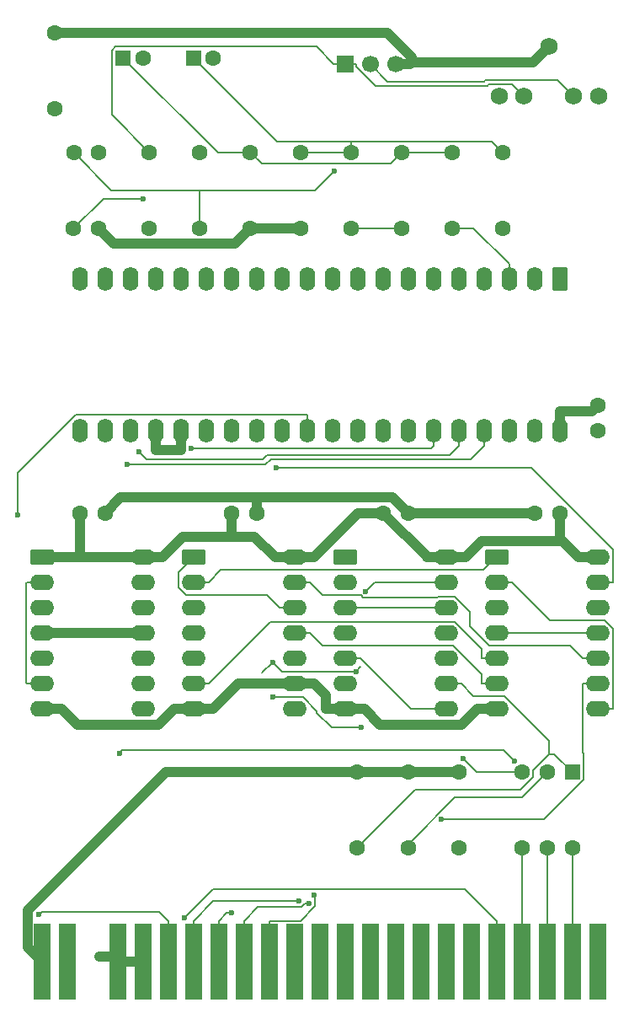
<source format=gbr>
%TF.GenerationSoftware,KiCad,Pcbnew,9.0.3*%
%TF.CreationDate,2025-08-12T14:11:43+01:00*%
%TF.ProjectId,MyZON-X,4d795a4f-4e2d-4582-9e6b-696361645f70,1.0*%
%TF.SameCoordinates,Original*%
%TF.FileFunction,Copper,L2,Bot*%
%TF.FilePolarity,Positive*%
%FSLAX46Y46*%
G04 Gerber Fmt 4.6, Leading zero omitted, Abs format (unit mm)*
G04 Created by KiCad (PCBNEW 9.0.3) date 2025-08-12 14:11:43*
%MOMM*%
%LPD*%
G01*
G04 APERTURE LIST*
G04 Aperture macros list*
%AMRoundRect*
0 Rectangle with rounded corners*
0 $1 Rounding radius*
0 $2 $3 $4 $5 $6 $7 $8 $9 X,Y pos of 4 corners*
0 Add a 4 corners polygon primitive as box body*
4,1,4,$2,$3,$4,$5,$6,$7,$8,$9,$2,$3,0*
0 Add four circle primitives for the rounded corners*
1,1,$1+$1,$2,$3*
1,1,$1+$1,$4,$5*
1,1,$1+$1,$6,$7*
1,1,$1+$1,$8,$9*
0 Add four rect primitives between the rounded corners*
20,1,$1+$1,$2,$3,$4,$5,0*
20,1,$1+$1,$4,$5,$6,$7,0*
20,1,$1+$1,$6,$7,$8,$9,0*
20,1,$1+$1,$8,$9,$2,$3,0*%
G04 Aperture macros list end*
%TA.AperFunction,ComponentPad*%
%ADD10C,1.600000*%
%TD*%
%TA.AperFunction,ComponentPad*%
%ADD11RoundRect,0.250000X-0.550000X0.950000X-0.550000X-0.950000X0.550000X-0.950000X0.550000X0.950000X0*%
%TD*%
%TA.AperFunction,ComponentPad*%
%ADD12O,1.600000X2.400000*%
%TD*%
%TA.AperFunction,ConnectorPad*%
%ADD13R,1.778000X7.620000*%
%TD*%
%TA.AperFunction,ComponentPad*%
%ADD14RoundRect,0.250000X-0.550000X0.550000X-0.550000X-0.550000X0.550000X-0.550000X0.550000X0.550000X0*%
%TD*%
%TA.AperFunction,ComponentPad*%
%ADD15R,1.700000X1.700000*%
%TD*%
%TA.AperFunction,ComponentPad*%
%ADD16C,1.700000*%
%TD*%
%TA.AperFunction,ComponentPad*%
%ADD17RoundRect,0.250000X-0.550000X-0.550000X0.550000X-0.550000X0.550000X0.550000X-0.550000X0.550000X0*%
%TD*%
%TA.AperFunction,ComponentPad*%
%ADD18C,1.752600*%
%TD*%
%TA.AperFunction,ComponentPad*%
%ADD19RoundRect,0.250000X-0.950000X-0.550000X0.950000X-0.550000X0.950000X0.550000X-0.950000X0.550000X0*%
%TD*%
%TA.AperFunction,ComponentPad*%
%ADD20O,2.400000X1.600000*%
%TD*%
%TA.AperFunction,ViaPad*%
%ADD21C,0.600000*%
%TD*%
%TA.AperFunction,ViaPad*%
%ADD22C,0.800000*%
%TD*%
%TA.AperFunction,Conductor*%
%ADD23C,1.000000*%
%TD*%
%TA.AperFunction,Conductor*%
%ADD24C,0.200000*%
%TD*%
G04 APERTURE END LIST*
D10*
%TO.P,R12,1*%
%TO.N,GND*%
X57150000Y-59055000D03*
%TO.P,R12,2*%
%TO.N,GND_AUDIO*%
X57150000Y-51435000D03*
%TD*%
%TO.P,C5,1*%
%TO.N,VCC*%
X59710000Y-99695000D03*
%TO.P,C5,2*%
%TO.N,GND*%
X62210000Y-99695000D03*
%TD*%
%TO.P,R4,1*%
%TO.N,/OUTA*%
X102235000Y-71120000D03*
%TO.P,R4,2*%
%TO.N,Net-(C1-Pad1)*%
X102235000Y-63500000D03*
%TD*%
D11*
%TO.P,U1,1,GND*%
%TO.N,GND*%
X107940000Y-76200000D03*
D12*
%TO.P,U1,2,NC2*%
%TO.N,unconnected-(U1-NC2-Pad2)*%
X105400000Y-76200000D03*
%TO.P,U1,3,OUTB*%
%TO.N,/OUTB*%
X102860000Y-76200000D03*
%TO.P,U1,4,OUTA*%
%TO.N,/OUTA*%
X100320000Y-76200000D03*
%TO.P,U1,5,NC5*%
%TO.N,unconnected-(U1-NC5-Pad5)*%
X97780000Y-76200000D03*
%TO.P,U1,6,IOB7*%
%TO.N,unconnected-(U1-IOB7-Pad6)*%
X95240000Y-76200000D03*
%TO.P,U1,7,IOB6*%
%TO.N,unconnected-(U1-IOB6-Pad7)*%
X92700000Y-76200000D03*
%TO.P,U1,8,IOB5*%
%TO.N,unconnected-(U1-IOB5-Pad8)*%
X90160000Y-76200000D03*
%TO.P,U1,9,IOB4*%
%TO.N,unconnected-(U1-IOB4-Pad9)*%
X87620000Y-76200000D03*
%TO.P,U1,10,IOB3*%
%TO.N,unconnected-(U1-IOB3-Pad10)*%
X85080000Y-76200000D03*
%TO.P,U1,11,IOB2*%
%TO.N,unconnected-(U1-IOB2-Pad11)*%
X82540000Y-76200000D03*
%TO.P,U1,12,IOB1*%
%TO.N,unconnected-(U1-IOB1-Pad12)*%
X80000000Y-76200000D03*
%TO.P,U1,13,IOB0*%
%TO.N,unconnected-(U1-IOB0-Pad13)*%
X77460000Y-76200000D03*
%TO.P,U1,14,IOA7*%
%TO.N,unconnected-(U1-IOA7-Pad14)*%
X74920000Y-76200000D03*
%TO.P,U1,15,IOA6*%
%TO.N,unconnected-(U1-IOA6-Pad15)*%
X72380000Y-76200000D03*
%TO.P,U1,16,IOA5*%
%TO.N,unconnected-(U1-IOA5-Pad16)*%
X69840000Y-76200000D03*
%TO.P,U1,17,IOA4*%
%TO.N,unconnected-(U1-IOA4-Pad17)*%
X67300000Y-76200000D03*
%TO.P,U1,18,IOA3*%
%TO.N,unconnected-(U1-IOA3-Pad18)*%
X64760000Y-76200000D03*
%TO.P,U1,19,IOA2*%
%TO.N,unconnected-(U1-IOA2-Pad19)*%
X62220000Y-76200000D03*
%TO.P,U1,20,IOA1*%
%TO.N,unconnected-(U1-IOA1-Pad20)*%
X59680000Y-76200000D03*
%TO.P,U1,21,IOA0*%
%TO.N,unconnected-(U1-IOA0-Pad21)*%
X59680000Y-91440000D03*
%TO.P,U1,22,CLOCK*%
%TO.N,/PSGCLK*%
X62220000Y-91440000D03*
%TO.P,U1,23,RESET*%
%TO.N,/~{RESET}*%
X64760000Y-91440000D03*
%TO.P,U1,24,A9*%
%TO.N,VCC*%
X67300000Y-91440000D03*
%TO.P,U1,25,A8*%
X69840000Y-91440000D03*
%TO.P,U1,26,TEST2*%
%TO.N,unconnected-(U1-TEST2-Pad26)*%
X72380000Y-91440000D03*
%TO.P,U1,27,BDIR*%
%TO.N,/BDIR*%
X74920000Y-91440000D03*
%TO.P,U1,28,BC2*%
%TO.N,VCC*%
X77460000Y-91440000D03*
%TO.P,U1,29,BC1*%
%TO.N,/BC1*%
X80000000Y-91440000D03*
%TO.P,U1,30,D7*%
%TO.N,/D7*%
X82540000Y-91440000D03*
%TO.P,U1,31,D6*%
%TO.N,/D6*%
X85080000Y-91440000D03*
%TO.P,U1,32,D5*%
%TO.N,/D5*%
X87620000Y-91440000D03*
%TO.P,U1,33,D4*%
%TO.N,/D4*%
X90160000Y-91440000D03*
%TO.P,U1,34,D3*%
%TO.N,/D3*%
X92700000Y-91440000D03*
%TO.P,U1,35,D2*%
%TO.N,/D2*%
X95240000Y-91440000D03*
%TO.P,U1,36,D1*%
%TO.N,/D1*%
X97780000Y-91440000D03*
%TO.P,U1,37,D0*%
%TO.N,/D0*%
X100320000Y-91440000D03*
%TO.P,U1,38,OUTC*%
%TO.N,/OUTC*%
X102860000Y-91440000D03*
%TO.P,U1,39,TEST1*%
%TO.N,unconnected-(U1-TEST1-Pad39)*%
X105400000Y-91440000D03*
%TO.P,U1,40,VCC*%
%TO.N,VCC*%
X107940000Y-91440000D03*
%TD*%
D10*
%TO.P,R11,1*%
%TO.N,Net-(C2-Pad2)*%
X66675000Y-71120000D03*
%TO.P,R11,2*%
%TO.N,Net-(CO3-Pin_1)*%
X66675000Y-63500000D03*
%TD*%
%TO.P,C3,1*%
%TO.N,Net-(CO3-Pin_2)*%
X59080000Y-63500000D03*
%TO.P,C3,2*%
%TO.N,GND_AUDIO*%
X61580000Y-63500000D03*
%TD*%
%TO.P,R3,1*%
%TO.N,VCC*%
X87555000Y-125730000D03*
%TO.P,R3,2*%
%TO.N,Net-(R3-Pad2)*%
X87555000Y-133350000D03*
%TD*%
%TO.P,C6,1*%
%TO.N,VCC*%
X74950000Y-99695000D03*
%TO.P,C6,2*%
%TO.N,GND*%
X77450000Y-99695000D03*
%TD*%
D13*
%TO.P,CO1,A3,+5Vcc*%
%TO.N,VCC*%
X55874982Y-144780000D03*
%TO.P,CO1,A4,+9Vcc*%
%TO.N,unconnected-(CO1-+9Vcc-PadA4)*%
X58414982Y-144780000D03*
%TO.P,CO1,A6,GND*%
%TO.N,GND*%
X63494982Y-144780000D03*
%TO.P,CO1,A7,GND*%
X66034982Y-144780000D03*
%TO.P,CO1,A8,CLK*%
%TO.N,/CLK*%
X68574982Y-144780000D03*
%TO.P,CO1,A9,A0*%
%TO.N,/A0*%
X71114982Y-144780000D03*
%TO.P,CO1,A10,A1*%
%TO.N,/A1*%
X73654982Y-144780000D03*
%TO.P,CO1,A11,A2*%
%TO.N,/A2*%
X76194982Y-144780000D03*
%TO.P,CO1,A12,A3*%
%TO.N,/A3*%
X78734982Y-144780000D03*
%TO.P,CO1,A13,A15*%
%TO.N,unconnected-(CO1-A15-PadA13)*%
X81274982Y-144780000D03*
%TO.P,CO1,A14,A14*%
%TO.N,unconnected-(CO1-PadA14)*%
X83814982Y-144780000D03*
%TO.P,CO1,A15,A13*%
%TO.N,unconnected-(CO1-A13-PadA15)*%
X86354982Y-144780000D03*
%TO.P,CO1,A16,A12*%
%TO.N,unconnected-(CO1-A12-PadA16)*%
X88894982Y-144780000D03*
%TO.P,CO1,A17,A11*%
%TO.N,unconnected-(CO1-A11-PadA17)*%
X91434982Y-144780000D03*
%TO.P,CO1,A18,A10*%
%TO.N,unconnected-(CO1-A10-PadA18)*%
X93974982Y-144780000D03*
%TO.P,CO1,A19,A9*%
%TO.N,unconnected-(CO1-A9-PadA19)*%
X96514982Y-144780000D03*
%TO.P,CO1,A20,A8*%
%TO.N,unconnected-(CO1-A8-PadA20)*%
X99054982Y-144780000D03*
%TO.P,CO1,A21,A7*%
%TO.N,/A7*%
X101594982Y-144780000D03*
%TO.P,CO1,A22,A6*%
%TO.N,/A6*%
X104134982Y-144780000D03*
%TO.P,CO1,A23,A5*%
%TO.N,/A5*%
X106674982Y-144780000D03*
%TO.P,CO1,A24,A4*%
%TO.N,/A4*%
X109214982Y-144780000D03*
%TO.P,CO1,A25,~{ROMCS}*%
%TO.N,unconnected-(CO1-~{ROMCS}-PadA25)*%
X111754982Y-144780000D03*
%TD*%
D10*
%TO.P,R1,1*%
%TO.N,VCC*%
X97785000Y-125730000D03*
%TO.P,R1,2*%
%TO.N,Net-(R1-Pad2)*%
X97785000Y-133350000D03*
%TD*%
D14*
%TO.P,SW1,1*%
%TO.N,Net-(R3-Pad2)*%
X109220000Y-125730000D03*
D10*
%TO.P,SW1,2*%
%TO.N,Net-(R2-Pad2)*%
X106680000Y-125730000D03*
%TO.P,SW1,3*%
%TO.N,Net-(R1-Pad2)*%
X104140000Y-125730000D03*
%TO.P,SW1,4*%
%TO.N,/A6*%
X104140000Y-133350000D03*
%TO.P,SW1,5*%
%TO.N,/A5*%
X106680000Y-133350000D03*
%TO.P,SW1,6*%
%TO.N,/A4*%
X109220000Y-133350000D03*
%TD*%
%TO.P,R8,1*%
%TO.N,Net-(C1-Pad1)*%
X81915000Y-63500000D03*
%TO.P,R8,2*%
%TO.N,GND_AUDIO*%
X81915000Y-71120000D03*
%TD*%
%TO.P,R2,1*%
%TO.N,VCC*%
X92705000Y-125730000D03*
%TO.P,R2,2*%
%TO.N,Net-(R2-Pad2)*%
X92705000Y-133350000D03*
%TD*%
D15*
%TO.P,CO3,1,Pin_1*%
%TO.N,Net-(CO3-Pin_1)*%
X86355000Y-54610000D03*
D16*
%TO.P,CO3,2,Pin_2*%
%TO.N,Net-(CO3-Pin_2)*%
X88895000Y-54610000D03*
%TO.P,CO3,3,Pin_3*%
%TO.N,GND_AUDIO*%
X91435000Y-54610000D03*
%TD*%
D10*
%TO.P,C4,1*%
%TO.N,Net-(CO3-Pin_1)*%
X59060000Y-71120000D03*
%TO.P,C4,2*%
%TO.N,GND_AUDIO*%
X61560000Y-71120000D03*
%TD*%
D17*
%TO.P,C2,1*%
%TO.N,Net-(C2-Pad1)*%
X64035000Y-53975000D03*
D10*
%TO.P,C2,2*%
%TO.N,Net-(C2-Pad2)*%
X66035000Y-53975000D03*
%TD*%
%TO.P,R7,1*%
%TO.N,Net-(C1-Pad1)*%
X86995000Y-63500000D03*
%TO.P,R7,2*%
%TO.N,/OUTC*%
X86995000Y-71120000D03*
%TD*%
%TO.P,R5,1*%
%TO.N,/OUTB*%
X97155000Y-71120000D03*
%TO.P,R5,2*%
%TO.N,Net-(C2-Pad1)*%
X97155000Y-63500000D03*
%TD*%
D18*
%TO.P,CO2,1,1*%
%TO.N,unconnected-(CO2-Pad1)*%
X111845100Y-57840000D03*
%TO.P,CO2,2,2*%
%TO.N,Net-(CO3-Pin_2)*%
X109345100Y-57840000D03*
%TO.P,CO2,3,3*%
%TO.N,Net-(CO3-Pin_1)*%
X104345100Y-57840000D03*
%TO.P,CO2,4,4*%
%TO.N,unconnected-(CO2-Pad4)*%
X101845100Y-57840000D03*
%TO.P,CO2,5,5*%
%TO.N,GND_AUDIO*%
X106845100Y-52840000D03*
%TD*%
D19*
%TO.P,U4,1*%
%TO.N,/A3*%
X86360000Y-104140000D03*
D20*
%TO.P,U4,2*%
%TO.N,/A2*%
X86360000Y-106680000D03*
%TO.P,U4,3*%
%TO.N,Net-(U4-Pad12)*%
X86360000Y-109220000D03*
%TO.P,U4,4*%
%TO.N,/A0*%
X86360000Y-111760000D03*
%TO.P,U4,5*%
%TO.N,Net-(U4-Pad5)*%
X86360000Y-114300000D03*
%TO.P,U4,6*%
%TO.N,/VALID*%
X86360000Y-116840000D03*
%TO.P,U4,7,GND*%
%TO.N,GND*%
X86360000Y-119380000D03*
%TO.P,U4,8*%
%TO.N,Net-(U4-Pad5)*%
X96520000Y-119380000D03*
%TO.P,U4,9*%
%TO.N,Net-(R3-Pad2)*%
X96520000Y-116840000D03*
%TO.P,U4,10*%
%TO.N,Net-(R2-Pad2)*%
X96520000Y-114300000D03*
%TO.P,U4,11*%
%TO.N,Net-(R1-Pad2)*%
X96520000Y-111760000D03*
%TO.P,U4,12*%
%TO.N,Net-(U4-Pad12)*%
X96520000Y-109220000D03*
%TO.P,U4,13*%
%TO.N,/A1*%
X96520000Y-106680000D03*
%TO.P,U4,14,VCC*%
%TO.N,VCC*%
X96520000Y-104140000D03*
%TD*%
D19*
%TO.P,U5,1*%
%TO.N,/IOWR*%
X101600000Y-104140000D03*
D20*
%TO.P,U5,2*%
%TO.N,/~{IOREQ}*%
X101600000Y-106680000D03*
%TO.P,U5,3*%
%TO.N,/~{WR}*%
X101600000Y-109220000D03*
%TO.P,U5,4*%
%TO.N,Net-(U5-Pad11)*%
X101600000Y-111760000D03*
%TO.P,U5,5*%
%TO.N,Net-(U3-Pad6)*%
X101600000Y-114300000D03*
%TO.P,U5,6*%
%TO.N,Net-(U3-Pad11)*%
X101600000Y-116840000D03*
%TO.P,U5,7,GND*%
%TO.N,GND*%
X101600000Y-119380000D03*
%TO.P,U5,8*%
%TO.N,/~{IOREQ}*%
X111760000Y-119380000D03*
%TO.P,U5,9*%
%TO.N,/~{RD}*%
X111760000Y-116840000D03*
%TO.P,U5,10*%
%TO.N,/IORD*%
X111760000Y-114300000D03*
%TO.P,U5,11*%
%TO.N,Net-(U5-Pad11)*%
X111760000Y-111760000D03*
%TO.P,U5,12*%
X111760000Y-109220000D03*
%TO.P,U5,13*%
%TO.N,/BC1*%
X111760000Y-106680000D03*
%TO.P,U5,14,VCC*%
%TO.N,VCC*%
X111760000Y-104140000D03*
%TD*%
D17*
%TO.P,C1,1*%
%TO.N,Net-(C1-Pad1)*%
X71115000Y-53975000D03*
D10*
%TO.P,C1,2*%
%TO.N,Net-(C1-Pad2)*%
X73115000Y-53975000D03*
%TD*%
%TO.P,R6,1*%
%TO.N,Net-(C2-Pad1)*%
X92075000Y-63500000D03*
%TO.P,R6,2*%
%TO.N,/OUTC*%
X92075000Y-71120000D03*
%TD*%
%TO.P,C9,1*%
%TO.N,VCC*%
X111755000Y-88900000D03*
%TO.P,C9,2*%
%TO.N,GND*%
X111755000Y-91400000D03*
%TD*%
D19*
%TO.P,U3,1*%
%TO.N,/VALID*%
X71120000Y-104140000D03*
D20*
%TO.P,U3,2*%
%TO.N,/IOWR*%
X71120000Y-106680000D03*
%TO.P,U3,3*%
%TO.N,/BDIR*%
X71120000Y-109220000D03*
%TO.P,U3,4*%
X71120000Y-111760000D03*
%TO.P,U3,5*%
%TO.N,/A7*%
X71120000Y-114300000D03*
%TO.P,U3,6*%
%TO.N,Net-(U3-Pad6)*%
X71120000Y-116840000D03*
%TO.P,U3,7,GND*%
%TO.N,GND*%
X71120000Y-119380000D03*
%TO.P,U3,8*%
%TO.N,unconnected-(U3-Pad8)*%
X81280000Y-119380000D03*
%TO.P,U3,9*%
%TO.N,GND*%
X81280000Y-116840000D03*
%TO.P,U3,10*%
X81280000Y-114300000D03*
%TO.P,U3,11*%
%TO.N,Net-(U3-Pad11)*%
X81280000Y-111760000D03*
%TO.P,U3,12*%
%TO.N,/VALID*%
X81280000Y-109220000D03*
%TO.P,U3,13*%
%TO.N,/IORD*%
X81280000Y-106680000D03*
%TO.P,U3,14,VCC*%
%TO.N,VCC*%
X81280000Y-104140000D03*
%TD*%
D19*
%TO.P,U2,1,~{R}*%
%TO.N,VCC*%
X55880000Y-104140000D03*
D20*
%TO.P,U2,2,D*%
%TO.N,Net-(U2A-D)*%
X55880000Y-106680000D03*
%TO.P,U2,3,C*%
%TO.N,/CLK*%
X55880000Y-109220000D03*
%TO.P,U2,4,~{S}*%
%TO.N,VCC*%
X55880000Y-111760000D03*
%TO.P,U2,5,Q*%
%TO.N,/PSGCLK*%
X55880000Y-114300000D03*
%TO.P,U2,6,~{Q}*%
%TO.N,Net-(U2A-D)*%
X55880000Y-116840000D03*
%TO.P,U2,7,GND*%
%TO.N,GND*%
X55880000Y-119380000D03*
%TO.P,U2,8,~{Q}*%
%TO.N,unconnected-(U2B-~{Q}-Pad8)*%
X66040000Y-119380000D03*
%TO.P,U2,9,Q*%
%TO.N,unconnected-(U2B-Q-Pad9)*%
X66040000Y-116840000D03*
%TO.P,U2,10,~{S}*%
%TO.N,VCC*%
X66040000Y-114300000D03*
%TO.P,U2,11,C*%
X66040000Y-111760000D03*
%TO.P,U2,12,D*%
X66040000Y-109220000D03*
%TO.P,U2,13,~{R}*%
X66040000Y-106680000D03*
%TO.P,U2,14,VCC*%
X66040000Y-104140000D03*
%TD*%
D10*
%TO.P,R10,1*%
%TO.N,Net-(C1-Pad2)*%
X71755000Y-63500000D03*
%TO.P,R10,2*%
%TO.N,Net-(CO3-Pin_2)*%
X71755000Y-71120000D03*
%TD*%
%TO.P,C7,1*%
%TO.N,VCC*%
X90190000Y-99695000D03*
%TO.P,C7,2*%
%TO.N,GND*%
X92690000Y-99695000D03*
%TD*%
%TO.P,C8,1*%
%TO.N,VCC*%
X107930000Y-99695000D03*
%TO.P,C8,2*%
%TO.N,GND*%
X105430000Y-99695000D03*
%TD*%
%TO.P,R9,1*%
%TO.N,Net-(C2-Pad1)*%
X76835000Y-63500000D03*
%TO.P,R9,2*%
%TO.N,GND_AUDIO*%
X76835000Y-71120000D03*
%TD*%
D21*
%TO.N,/VALID*%
X87995500Y-121250400D03*
X79052300Y-118231000D03*
%TO.N,/BC1*%
X79472300Y-95180200D03*
%TO.N,Net-(R1-Pad2)*%
X98217900Y-124333200D03*
%TO.N,/D1*%
X65651300Y-93559200D03*
%TO.N,/D0*%
X64427300Y-94792800D03*
%TO.N,/A0*%
X81730200Y-138707300D03*
%TO.N,/A1*%
X74914500Y-139862900D03*
X79052300Y-114686800D03*
X87442200Y-115616900D03*
X88441600Y-107572400D03*
%TO.N,/A2*%
X82708500Y-138939800D03*
%TO.N,/~{RD}*%
X96033400Y-130492500D03*
%TO.N,/A3*%
X83282700Y-138105000D03*
%TO.N,/A7*%
X70176500Y-140394800D03*
%TO.N,/~{RESET}*%
X103384700Y-124628300D03*
X63653100Y-123841300D03*
%TO.N,Net-(CO3-Pin_1)*%
X66036000Y-68115500D03*
%TO.N,Net-(CO3-Pin_2)*%
X85263300Y-65315300D03*
%TO.N,/D7*%
X53467800Y-99902800D03*
%TO.N,/D2*%
X70900400Y-93204300D03*
%TO.N,/CLK*%
X55547300Y-140047300D03*
D22*
%TO.N,GND*%
X61628800Y-144254800D03*
%TD*%
D23*
%TO.N,GND_AUDIO*%
X81915000Y-71120000D02*
X76835000Y-71120000D01*
X63118400Y-72678400D02*
X61560000Y-71120000D01*
X75276600Y-72678400D02*
X63118400Y-72678400D01*
X76835000Y-71120000D02*
X75276600Y-72678400D01*
X105237900Y-54447200D02*
X93082300Y-54447200D01*
X106845100Y-52840000D02*
X105237900Y-54447200D01*
X92919500Y-54610000D02*
X93082300Y-54447200D01*
X91435000Y-54610000D02*
X92919500Y-54610000D01*
X90601900Y-51435000D02*
X57150000Y-51435000D01*
X93082300Y-53915400D02*
X90601900Y-51435000D01*
X93082300Y-54447200D02*
X93082300Y-53915400D01*
D24*
%TO.N,Net-(U5-Pad11)*%
X101600000Y-111760000D02*
X111760000Y-111760000D01*
%TO.N,Net-(U4-Pad5)*%
X92941700Y-119380000D02*
X96520000Y-119380000D01*
X87861700Y-114300000D02*
X92941700Y-119380000D01*
X86360000Y-114300000D02*
X87861700Y-114300000D01*
%TO.N,Net-(U4-Pad12)*%
X96520000Y-109220000D02*
X86360000Y-109220000D01*
%TO.N,Net-(U3-Pad11)*%
X84051700Y-113030000D02*
X82781700Y-111760000D01*
X97226900Y-113030000D02*
X84051700Y-113030000D01*
X100098300Y-115901400D02*
X97226900Y-113030000D01*
X100098300Y-116840000D02*
X100098300Y-115901400D01*
X101600000Y-116840000D02*
X100098300Y-116840000D01*
X81280000Y-111760000D02*
X82781700Y-111760000D01*
%TO.N,Net-(U3-Pad6)*%
X78804400Y-110657300D02*
X72621700Y-116840000D01*
X97394200Y-110657300D02*
X78804400Y-110657300D01*
X100098300Y-113361400D02*
X97394200Y-110657300D01*
X100098300Y-114300000D02*
X100098300Y-113361400D01*
X101600000Y-114300000D02*
X100098300Y-114300000D01*
X71120000Y-116840000D02*
X72621700Y-116840000D01*
%TO.N,Net-(U2A-D)*%
X54304800Y-106753500D02*
X54378300Y-106680000D01*
X54304800Y-116766500D02*
X54304800Y-106753500D01*
X54378300Y-116840000D02*
X54304800Y-116766500D01*
X55880000Y-116840000D02*
X54378300Y-116840000D01*
X55880000Y-106680000D02*
X54378300Y-106680000D01*
%TO.N,/IOWR*%
X73856400Y-105445300D02*
X72621700Y-106680000D01*
X100294700Y-105445300D02*
X73856400Y-105445300D01*
X101600000Y-104140000D02*
X100294700Y-105445300D01*
X71120000Y-106680000D02*
X72621700Y-106680000D01*
%TO.N,/IORD*%
X81280000Y-106680000D02*
X82781700Y-106680000D01*
X111760000Y-114300000D02*
X110258300Y-114300000D01*
X108988300Y-113030000D02*
X110258300Y-114300000D01*
X100832300Y-113030000D02*
X108988300Y-113030000D01*
X98903500Y-111101200D02*
X100832300Y-113030000D01*
X98903500Y-109621200D02*
X98903500Y-111101200D01*
X97400400Y-108118100D02*
X98903500Y-109621200D01*
X95649900Y-108118100D02*
X97400400Y-108118100D01*
X95593900Y-108174100D02*
X95649900Y-108118100D01*
X88192500Y-108174100D02*
X95593900Y-108174100D01*
X87968400Y-107950000D02*
X88192500Y-108174100D01*
X84051700Y-107950000D02*
X87968400Y-107950000D01*
X82781700Y-106680000D02*
X84051700Y-107950000D01*
%TO.N,/VALID*%
X81280000Y-109220000D02*
X79778300Y-109220000D01*
X78508300Y-107950000D02*
X79778300Y-109220000D01*
X70373600Y-107950000D02*
X78508300Y-107950000D01*
X69595300Y-107171700D02*
X70373600Y-107950000D01*
X69595300Y-105664700D02*
X69595300Y-107171700D01*
X71120000Y-104140000D02*
X69595300Y-105664700D01*
X82109300Y-118231000D02*
X79052300Y-118231000D01*
X83526700Y-119648400D02*
X82109300Y-118231000D01*
X83526700Y-119773700D02*
X83526700Y-119648400D01*
X85003400Y-121250400D02*
X83526700Y-119773700D01*
X87995500Y-121250400D02*
X85003400Y-121250400D01*
X79052300Y-118231000D02*
X79372200Y-117911100D01*
X79372200Y-117911100D02*
X79052300Y-118231000D01*
%TO.N,/BC1*%
X113330900Y-106610800D02*
X113261700Y-106680000D01*
X113330900Y-103389200D02*
X113330900Y-106610800D01*
X105121900Y-95180200D02*
X113330900Y-103389200D01*
X79472300Y-95180200D02*
X105121900Y-95180200D01*
X111760000Y-106680000D02*
X113261700Y-106680000D01*
%TO.N,/OUTC*%
X86995000Y-71120000D02*
X92075000Y-71120000D01*
%TO.N,/OUTB*%
X99281700Y-71120000D02*
X102860000Y-74698300D01*
X97155000Y-71120000D02*
X99281700Y-71120000D01*
X102860000Y-76200000D02*
X102860000Y-74698300D01*
%TO.N,Net-(R3-Pad2)*%
X96520000Y-116840000D02*
X98021700Y-116840000D01*
X106892000Y-122568600D02*
X106892000Y-123920600D01*
X102398000Y-118074600D02*
X106892000Y-122568600D01*
X99256300Y-118074600D02*
X102398000Y-118074600D01*
X98021700Y-116840000D02*
X99256300Y-118074600D01*
X107410600Y-123920600D02*
X106892000Y-123920600D01*
X109220000Y-125730000D02*
X107410600Y-123920600D01*
X93414500Y-127490500D02*
X87555000Y-133350000D01*
X103961200Y-127490500D02*
X93414500Y-127490500D01*
X105241700Y-126210000D02*
X103961200Y-127490500D01*
X105241700Y-125570900D02*
X105241700Y-126210000D01*
X106892000Y-123920600D02*
X105241700Y-125570900D01*
%TO.N,Net-(R2-Pad2)*%
X92705000Y-132970100D02*
X92705000Y-133350000D01*
X97408600Y-128266500D02*
X92705000Y-132970100D01*
X104143600Y-128266500D02*
X97408600Y-128266500D01*
X104143600Y-128266400D02*
X104143600Y-128266500D01*
X106680000Y-125730000D02*
X104143600Y-128266400D01*
%TO.N,Net-(R1-Pad2)*%
X99614700Y-125730000D02*
X98217900Y-124333200D01*
X104140000Y-125730000D02*
X99614700Y-125730000D01*
%TO.N,/D1*%
X97780000Y-91440000D02*
X97780000Y-92941700D01*
X78519100Y-93876700D02*
X78283700Y-94112100D01*
X96845000Y-93876700D02*
X78519100Y-93876700D01*
X97780000Y-92941700D02*
X96845000Y-93876700D01*
X78283700Y-94112100D02*
X78118900Y-94276900D01*
X78283700Y-94112100D02*
X78118900Y-94276900D01*
X66369000Y-94276900D02*
X65651300Y-93559200D01*
X78118900Y-94276900D02*
X66369000Y-94276900D01*
%TO.N,/D0*%
X78371200Y-94792800D02*
X64427300Y-94792800D01*
X78885600Y-94278400D02*
X78371200Y-94792800D01*
X98983300Y-94278400D02*
X78885600Y-94278400D01*
X100320000Y-92941700D02*
X98983300Y-94278400D01*
X100320000Y-91440000D02*
X100320000Y-92941700D01*
%TO.N,/A0*%
X73076000Y-138707300D02*
X71115000Y-140668300D01*
X81730200Y-138707300D02*
X73076000Y-138707300D01*
X71115000Y-144780000D02*
X71115000Y-140668300D01*
%TO.N,/A1*%
X74460400Y-139862900D02*
X73655000Y-140668300D01*
X74914500Y-139862900D02*
X74460400Y-139862900D01*
X73655000Y-144780000D02*
X73655000Y-140668300D01*
X79982400Y-115616900D02*
X87442200Y-115616900D01*
X79052300Y-114686800D02*
X79982400Y-115616900D01*
X89334000Y-106680000D02*
X96520000Y-106680000D01*
X88441600Y-107572400D02*
X89334000Y-106680000D01*
X87442200Y-115616900D02*
X87880300Y-115178800D01*
X87880300Y-115178800D02*
X87442200Y-115616900D01*
X79052300Y-114686800D02*
X77968600Y-115770500D01*
X77968600Y-115770500D02*
X79052300Y-114686800D01*
%TO.N,/~{IOREQ}*%
X106911700Y-110490000D02*
X103101700Y-106680000D01*
X112462100Y-110490000D02*
X106911700Y-110490000D01*
X113261700Y-111289600D02*
X112462100Y-110490000D01*
X113261700Y-119380000D02*
X113261700Y-111289600D01*
X111760000Y-119380000D02*
X113261700Y-119380000D01*
X101600000Y-106680000D02*
X103101700Y-106680000D01*
%TO.N,/A2*%
X76195000Y-144780000D02*
X76195000Y-140668300D01*
X82706900Y-138941400D02*
X82708500Y-138939800D01*
X82346900Y-138941400D02*
X82706900Y-138941400D01*
X82346900Y-138941500D02*
X82346900Y-138941400D01*
X81979400Y-139309000D02*
X82346900Y-138941500D01*
X77554300Y-139309000D02*
X81979400Y-139309000D01*
X76195000Y-140668300D02*
X77554300Y-139309000D01*
%TO.N,/A6*%
X104135000Y-133355000D02*
X104140000Y-133350000D01*
X104135000Y-144780000D02*
X104135000Y-133355000D01*
%TO.N,/~{RD}*%
X106347900Y-130492500D02*
X96033400Y-130492500D01*
X110334000Y-126506400D02*
X106347900Y-130492500D01*
X110334000Y-123829500D02*
X110334000Y-126506400D01*
X110258300Y-123753800D02*
X110334000Y-123829500D01*
X110258300Y-116840000D02*
X110258300Y-123753800D01*
X111760000Y-116840000D02*
X110258300Y-116840000D01*
%TO.N,/A3*%
X78735000Y-144780000D02*
X78735000Y-140668300D01*
X81851000Y-140668300D02*
X78735000Y-140668300D01*
X83334400Y-139184900D02*
X81851000Y-140668300D01*
X83334400Y-138156700D02*
X83334400Y-139184900D01*
X83282700Y-138105000D02*
X83334400Y-138156700D01*
%TO.N,/A4*%
X109215000Y-133355000D02*
X109215000Y-144780000D01*
X109220000Y-133350000D02*
X109215000Y-133355000D01*
%TO.N,/A7*%
X101595000Y-144780000D02*
X101595000Y-140668300D01*
X73068000Y-137503300D02*
X70176500Y-140394800D01*
X98430000Y-137503300D02*
X73068000Y-137503300D01*
X101595000Y-140668300D02*
X98430000Y-137503300D01*
%TO.N,/~{RESET}*%
X102313600Y-123557200D02*
X103384700Y-124628300D01*
X63937200Y-123557200D02*
X102313600Y-123557200D01*
X63937200Y-123557200D02*
X63653100Y-123841300D01*
%TO.N,/A5*%
X106675000Y-133355000D02*
X106675000Y-144780000D01*
X106680000Y-133350000D02*
X106675000Y-133355000D01*
%TO.N,Net-(CO3-Pin_1)*%
X87506700Y-54873200D02*
X87506700Y-54610000D01*
X89404800Y-56771300D02*
X87506700Y-54873200D01*
X100648400Y-56771300D02*
X89404800Y-56771300D01*
X100768700Y-56651000D02*
X100648400Y-56771300D01*
X103156100Y-56651000D02*
X100768700Y-56651000D01*
X104345100Y-57840000D02*
X103156100Y-56651000D01*
X86355000Y-54610000D02*
X87506700Y-54610000D01*
X62064500Y-68115500D02*
X59060000Y-71120000D01*
X66036000Y-68115500D02*
X62064500Y-68115500D01*
X83459600Y-52866300D02*
X85203300Y-54610000D01*
X63246000Y-52866300D02*
X83459600Y-52866300D01*
X62900800Y-53211500D02*
X63246000Y-52866300D01*
X62900800Y-59725800D02*
X62900800Y-53211500D01*
X66675000Y-63500000D02*
X62900800Y-59725800D01*
X86355000Y-54610000D02*
X85203300Y-54610000D01*
%TO.N,Net-(CO3-Pin_2)*%
X90634400Y-56349400D02*
X88895000Y-54610000D01*
X100302100Y-56349400D02*
X90634400Y-56349400D01*
X100466900Y-56184600D02*
X100302100Y-56349400D01*
X107689700Y-56184600D02*
X100466900Y-56184600D01*
X109345100Y-57840000D02*
X107689700Y-56184600D01*
X62854700Y-67274700D02*
X59080000Y-63500000D01*
X71755000Y-67274700D02*
X62854700Y-67274700D01*
X71755000Y-71120000D02*
X71755000Y-67274700D01*
X83303900Y-67274700D02*
X71755000Y-67274700D01*
X85263300Y-65315300D02*
X83303900Y-67274700D01*
%TO.N,/D7*%
X82451300Y-89849600D02*
X82540000Y-89938300D01*
X59262400Y-89849600D02*
X82451300Y-89849600D01*
X53467800Y-95644200D02*
X59262400Y-89849600D01*
X53467800Y-99902800D02*
X53467800Y-95644200D01*
X82540000Y-91440000D02*
X82540000Y-89938300D01*
%TO.N,/D2*%
X94977400Y-93204300D02*
X95240000Y-92941700D01*
X70900400Y-93204300D02*
X94977400Y-93204300D01*
X95240000Y-91440000D02*
X95240000Y-92941700D01*
%TO.N,/CLK*%
X68575000Y-144780000D02*
X68575000Y-140668300D01*
X67648000Y-139741300D02*
X68575000Y-140668300D01*
X55853300Y-139741300D02*
X67648000Y-139741300D01*
X55547300Y-140047300D02*
X55853300Y-139741300D01*
D23*
%TO.N,VCC*%
X94568300Y-104073300D02*
X94568300Y-104140000D01*
X90190000Y-99695000D02*
X94568300Y-104073300D01*
X96520000Y-104140000D02*
X94568300Y-104140000D01*
X111760000Y-104140000D02*
X109808300Y-104140000D01*
X87676700Y-99695000D02*
X83231700Y-104140000D01*
X90190000Y-99695000D02*
X87676700Y-99695000D01*
X82255900Y-104140000D02*
X83231700Y-104140000D01*
X82255900Y-104140000D02*
X81280000Y-104140000D01*
X81280000Y-104140000D02*
X79328300Y-104140000D01*
X55880000Y-111760000D02*
X66040000Y-111760000D01*
X92705000Y-125730000D02*
X97785000Y-125730000D01*
X67300000Y-91440000D02*
X67300000Y-93391700D01*
X69840000Y-91440000D02*
X69840000Y-93391700D01*
X68371600Y-125730000D02*
X87555000Y-125730000D01*
X54459100Y-139642500D02*
X68371600Y-125730000D01*
X54459100Y-143364100D02*
X54459100Y-139642500D01*
X55875000Y-144780000D02*
X54459100Y-143364100D01*
X111166700Y-89488300D02*
X111755000Y-88900000D01*
X107940000Y-89488300D02*
X111166700Y-89488300D01*
X107940000Y-91440000D02*
X107940000Y-89488300D01*
X96520000Y-104140000D02*
X98471700Y-104140000D01*
X107930000Y-102554600D02*
X107930000Y-99695000D01*
X108222900Y-102554600D02*
X107930000Y-102554600D01*
X109808300Y-104140000D02*
X108222900Y-102554600D01*
X100057100Y-102554600D02*
X98471700Y-104140000D01*
X107930000Y-102554600D02*
X100057100Y-102554600D01*
X59710000Y-99695000D02*
X59710000Y-104140000D01*
X55880000Y-104140000D02*
X59710000Y-104140000D01*
X59710000Y-104140000D02*
X66040000Y-104140000D01*
X77271100Y-102082800D02*
X74950000Y-102082800D01*
X79328300Y-104140000D02*
X77271100Y-102082800D01*
X66040000Y-104140000D02*
X67991700Y-104140000D01*
X74950000Y-102082800D02*
X74950000Y-99695000D01*
X70048900Y-102082800D02*
X67991700Y-104140000D01*
X74950000Y-102082800D02*
X70048900Y-102082800D01*
X87555000Y-125730000D02*
X92705000Y-125730000D01*
X69840000Y-93391700D02*
X67300000Y-93391700D01*
%TO.N,GND*%
X89873000Y-120941300D02*
X88311700Y-119380000D01*
X98087000Y-120941300D02*
X89873000Y-120941300D01*
X99648300Y-119380000D02*
X98087000Y-120941300D01*
X101600000Y-119380000D02*
X99648300Y-119380000D01*
X86360000Y-119380000D02*
X88311700Y-119380000D01*
X63761700Y-98143300D02*
X77450000Y-98143300D01*
X62210000Y-99695000D02*
X63761700Y-98143300D01*
X77450000Y-98143300D02*
X77450000Y-99695000D01*
X91138300Y-98143300D02*
X92690000Y-99695000D01*
X77450000Y-98143300D02*
X91138300Y-98143300D01*
X66035000Y-144780000D02*
X63495000Y-144780000D01*
X71120000Y-119380000D02*
X73071700Y-119380000D01*
X55880000Y-119380000D02*
X57831700Y-119380000D01*
X71120000Y-119380000D02*
X69168300Y-119380000D01*
X105430000Y-99695000D02*
X92690000Y-99695000D01*
X75611700Y-116840000D02*
X81280000Y-116840000D01*
X73071700Y-119380000D02*
X75611700Y-116840000D01*
X81280000Y-116840000D02*
X83231700Y-116840000D01*
X86360000Y-119380000D02*
X84408300Y-119380000D01*
X62969800Y-144254800D02*
X63495000Y-144780000D01*
X61628800Y-144254800D02*
X62969800Y-144254800D01*
X59414300Y-120962600D02*
X57831700Y-119380000D01*
X67585700Y-120962600D02*
X59414300Y-120962600D01*
X69168300Y-119380000D02*
X67585700Y-120962600D01*
X84408300Y-118016600D02*
X83231700Y-116840000D01*
X84408300Y-119380000D02*
X84408300Y-118016600D01*
D24*
%TO.N,Net-(C2-Pad1)*%
X90943900Y-64631100D02*
X92075000Y-63500000D01*
X77966100Y-64631100D02*
X90943900Y-64631100D01*
X76835000Y-63500000D02*
X77966100Y-64631100D01*
X97155000Y-63500000D02*
X92075000Y-63500000D01*
X73560000Y-63500000D02*
X76835000Y-63500000D01*
X64035000Y-53975000D02*
X73560000Y-63500000D01*
%TO.N,Net-(C1-Pad1)*%
X86995000Y-63500000D02*
X81915000Y-63500000D01*
X101090700Y-62355700D02*
X86995000Y-62355700D01*
X102235000Y-63500000D02*
X101090700Y-62355700D01*
X86995000Y-62355700D02*
X86995000Y-63500000D01*
X79495700Y-62355700D02*
X71115000Y-53975000D01*
X86995000Y-62355700D02*
X79495700Y-62355700D01*
%TD*%
M02*

</source>
